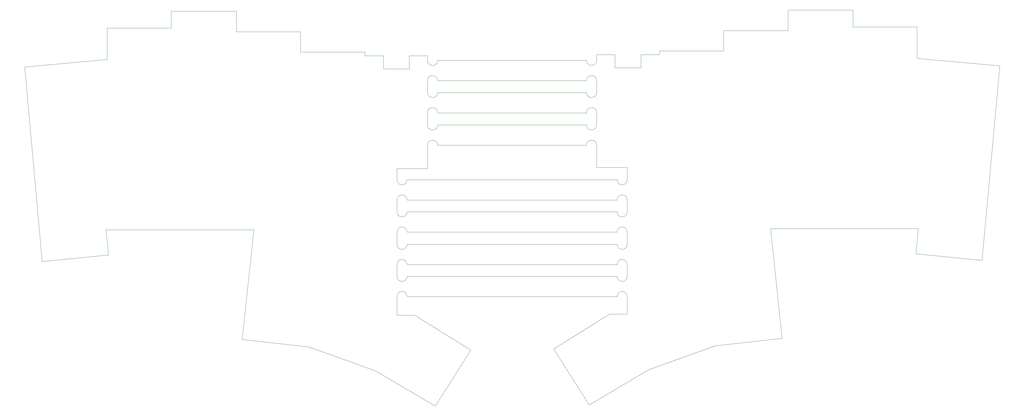
<source format=gbr>
%TF.GenerationSoftware,KiCad,Pcbnew,7.0.7*%
%TF.CreationDate,2023-09-26T18:04:07-06:00*%
%TF.ProjectId,keyboard,6b657962-6f61-4726-942e-6b696361645f,rev?*%
%TF.SameCoordinates,Original*%
%TF.FileFunction,Profile,NP*%
%FSLAX46Y46*%
G04 Gerber Fmt 4.6, Leading zero omitted, Abs format (unit mm)*
G04 Created by KiCad (PCBNEW 7.0.7) date 2023-09-26 18:04:07*
%MOMM*%
%LPD*%
G01*
G04 APERTURE LIST*
%TA.AperFunction,Profile*%
%ADD10C,0.100000*%
%TD*%
G04 APERTURE END LIST*
D10*
X81500000Y-48000000D02*
X90450000Y-48000000D01*
X187124024Y-88264960D02*
X178074024Y-88264960D01*
X272924024Y-46564960D02*
X272924024Y-55864960D01*
X119000000Y-132000000D02*
X124250000Y-132000000D01*
X112700000Y-148500000D02*
X93000000Y-141400000D01*
X165324024Y-141964960D02*
X181874024Y-131664960D01*
X253924024Y-46564960D02*
X272924024Y-46564960D01*
X191174024Y-58664960D02*
X191174024Y-54764960D01*
X215674024Y-53664960D02*
X215674024Y-47664960D01*
X272524024Y-113764960D02*
X292124024Y-115764960D01*
X131049024Y-62512000D02*
X175075000Y-62500000D01*
X178075000Y-66012000D02*
X178075000Y-62500000D01*
X229524024Y-106364960D02*
X232924024Y-138864960D01*
X14000000Y-116100000D02*
X8800000Y-58400000D01*
X119000000Y-90400000D02*
X119000000Y-91873520D01*
X187125000Y-91873520D02*
X187124024Y-88264960D01*
X178074512Y-75626480D02*
X178075000Y-72012000D01*
X272924024Y-55864960D02*
X297324024Y-58064960D01*
X184125488Y-111000000D02*
X121999512Y-111000000D01*
X131048536Y-75638480D02*
X175074512Y-75626480D01*
X234674024Y-47664960D02*
X234674024Y-41614960D01*
X124250000Y-132000000D02*
X140800000Y-142300000D01*
X71450000Y-41950000D02*
X71450000Y-48000000D01*
X187125488Y-120488000D02*
X187125488Y-117000000D01*
X297324024Y-58064960D02*
X292124024Y-115764960D01*
X32900000Y-106700000D02*
X56800000Y-106700000D01*
X122600000Y-59000000D02*
X122600000Y-55100000D01*
X184125000Y-107385520D02*
X121999024Y-107385520D01*
X128049024Y-62512000D02*
X128049024Y-66024000D01*
X183524024Y-54764960D02*
X183524024Y-58664960D01*
X114950000Y-59000000D02*
X122600000Y-59000000D01*
X33600000Y-114100000D02*
X32900000Y-106700000D01*
X109450000Y-54000000D02*
X109450000Y-55100000D01*
X196674024Y-53664960D02*
X215674024Y-53664960D01*
X178074024Y-54764960D02*
X183524024Y-54764960D01*
X131049024Y-72024000D02*
X175075000Y-72012000D01*
X118999512Y-126488000D02*
X119000000Y-132000000D01*
X33200000Y-56200000D02*
X33200000Y-46900000D01*
X215674024Y-47664960D02*
X224624024Y-47664960D01*
X229524024Y-106364960D02*
X249324024Y-106364960D01*
X90450000Y-48000000D02*
X90450000Y-54000000D01*
X128050000Y-88600000D02*
X119000000Y-88600000D01*
X184125488Y-126488000D02*
X121999512Y-126488000D01*
X56800000Y-106700000D02*
X76600000Y-106700000D01*
X14000000Y-116100000D02*
X33600000Y-114100000D01*
X109450000Y-55100000D02*
X114950000Y-55100000D01*
X184125000Y-97873520D02*
X121999024Y-97873520D01*
X193424024Y-148164960D02*
X175824024Y-158564960D01*
X249324024Y-106364960D02*
X273224024Y-106364960D01*
X130300000Y-158900000D02*
X140800000Y-142300000D01*
X184125000Y-101385520D02*
X121999024Y-101385520D01*
X52200000Y-41950000D02*
X71450000Y-41950000D01*
X118999512Y-117000000D02*
X118999512Y-120488000D01*
X119000000Y-97873520D02*
X119000000Y-101385520D01*
X128050000Y-55100000D02*
X128049024Y-56512000D01*
X119000000Y-107385520D02*
X118999512Y-111000000D01*
X187125000Y-101385520D02*
X187125000Y-97873520D01*
X184125488Y-117000000D02*
X121999512Y-117000000D01*
X33200000Y-46900000D02*
X52200000Y-46900000D01*
X181874024Y-131664960D02*
X187124024Y-131664960D01*
X93000000Y-141400000D02*
X73200000Y-139200000D01*
X184125000Y-91873520D02*
X121999024Y-91873520D01*
X213124024Y-141064960D02*
X193424024Y-148164960D01*
X131049024Y-56512000D02*
X175075000Y-56500000D01*
X131049024Y-66024000D02*
X175075000Y-66012000D01*
X224624024Y-47664960D02*
X234674024Y-47664960D01*
X183524024Y-58664960D02*
X191174024Y-58664960D01*
X165324024Y-141964960D02*
X175824024Y-158564960D01*
X130300000Y-158900000D02*
X112700000Y-148500000D01*
X119000000Y-88600000D02*
X119000000Y-90400000D01*
X187125488Y-111000000D02*
X187125000Y-107385520D01*
X196674024Y-54764960D02*
X196674024Y-53664960D01*
X8800000Y-58400000D02*
X33200000Y-56200000D01*
X71450000Y-48000000D02*
X81500000Y-48000000D01*
X128048536Y-81638480D02*
X128050000Y-88600000D01*
X73200000Y-139200000D02*
X76600000Y-106700000D01*
X52200000Y-46900000D02*
X52200000Y-41950000D01*
X187124024Y-131664960D02*
X187125488Y-126488000D01*
X191174024Y-54764960D02*
X196674024Y-54764960D01*
X273224024Y-106364960D02*
X272524024Y-113764960D01*
X178075000Y-56500000D02*
X178074024Y-54764960D01*
X178074024Y-88264960D02*
X178074512Y-81626480D01*
X131048536Y-81638480D02*
X175074512Y-81626480D01*
X232924024Y-138864960D02*
X213124024Y-141064960D01*
X128049024Y-72024000D02*
X128048536Y-75638480D01*
X122600000Y-55100000D02*
X128050000Y-55100000D01*
X184125488Y-120488000D02*
X121999512Y-120488000D01*
X114950000Y-55100000D02*
X114950000Y-59000000D01*
X90450000Y-54000000D02*
X109450000Y-54000000D01*
X234674024Y-41614960D02*
X253924024Y-41614960D01*
X253924024Y-41614960D02*
X253924024Y-46564960D01*
%TO.C,mouse-bite-3mm-slot*%
X178074512Y-81626480D02*
G75*
G03*
X175074512Y-81626480I-1500000J0D01*
G01*
X175074512Y-75626480D02*
G75*
G03*
X178074512Y-75626480I1500000J0D01*
G01*
X178075000Y-62500000D02*
G75*
G03*
X175075000Y-62500000I-1500000J0D01*
G01*
X175075000Y-56500000D02*
G75*
G03*
X178075000Y-56500000I1500000J0D01*
G01*
X187125000Y-107385520D02*
G75*
G03*
X184125000Y-107385520I-1500000J0D01*
G01*
X184125000Y-101385520D02*
G75*
G03*
X187125000Y-101385520I1500000J0D01*
G01*
X187125000Y-97873520D02*
G75*
G03*
X184125000Y-97873520I-1500000J0D01*
G01*
X184125000Y-91873520D02*
G75*
G03*
X187125000Y-91873520I1500000J0D01*
G01*
X187125488Y-126488000D02*
G75*
G03*
X184125488Y-126488000I-1500000J0D01*
G01*
X184125488Y-120488000D02*
G75*
G03*
X187125488Y-120488000I1500000J0D01*
G01*
X187125488Y-117000000D02*
G75*
G03*
X184125488Y-117000000I-1500000J0D01*
G01*
X184125488Y-111000000D02*
G75*
G03*
X187125488Y-111000000I1500000J0D01*
G01*
X178075000Y-72012000D02*
G75*
G03*
X175075000Y-72012000I-1500000J0D01*
G01*
X175075000Y-66012000D02*
G75*
G03*
X178075000Y-66012000I1500000J0D01*
G01*
X128049024Y-66024000D02*
G75*
G03*
X131049024Y-66024000I1500000J0D01*
G01*
X131049024Y-72024000D02*
G75*
G03*
X128049024Y-72024000I-1500000J0D01*
G01*
X118999512Y-111000000D02*
G75*
G03*
X121999512Y-111000000I1500000J0D01*
G01*
X121999512Y-117000000D02*
G75*
G03*
X118999512Y-117000000I-1500000J0D01*
G01*
X128048536Y-75638480D02*
G75*
G03*
X131048536Y-75638480I1500000J0D01*
G01*
X131048536Y-81638480D02*
G75*
G03*
X128048536Y-81638480I-1500000J0D01*
G01*
X128049024Y-56512000D02*
G75*
G03*
X131049024Y-56512000I1500000J0D01*
G01*
X131049024Y-62512000D02*
G75*
G03*
X128049024Y-62512000I-1500000J0D01*
G01*
X118999512Y-120488000D02*
G75*
G03*
X121999512Y-120488000I1500000J0D01*
G01*
X121999512Y-126488000D02*
G75*
G03*
X118999512Y-126488000I-1500000J0D01*
G01*
X119000000Y-91873520D02*
G75*
G03*
X122000000Y-91873520I1500000J0D01*
G01*
X122000000Y-97873520D02*
G75*
G03*
X119000000Y-97873520I-1500000J0D01*
G01*
X119000000Y-101385520D02*
G75*
G03*
X122000000Y-101385520I1500000J0D01*
G01*
X122000000Y-107385520D02*
G75*
G03*
X119000000Y-107385520I-1500000J0D01*
G01*
%TD*%
M02*

</source>
